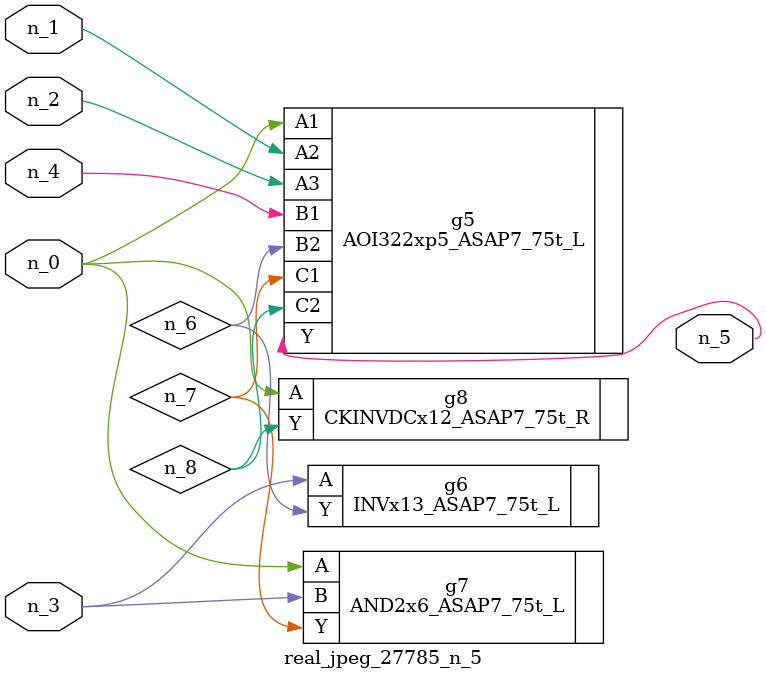
<source format=v>
module real_jpeg_27785_n_5 (n_4, n_0, n_1, n_2, n_3, n_5);

input n_4;
input n_0;
input n_1;
input n_2;
input n_3;

output n_5;

wire n_8;
wire n_6;
wire n_7;

AOI322xp5_ASAP7_75t_L g5 ( 
.A1(n_0),
.A2(n_1),
.A3(n_2),
.B1(n_4),
.B2(n_6),
.C1(n_7),
.C2(n_8),
.Y(n_5)
);

AND2x6_ASAP7_75t_L g7 ( 
.A(n_0),
.B(n_3),
.Y(n_7)
);

CKINVDCx12_ASAP7_75t_R g8 ( 
.A(n_0),
.Y(n_8)
);

INVx13_ASAP7_75t_L g6 ( 
.A(n_3),
.Y(n_6)
);


endmodule
</source>
